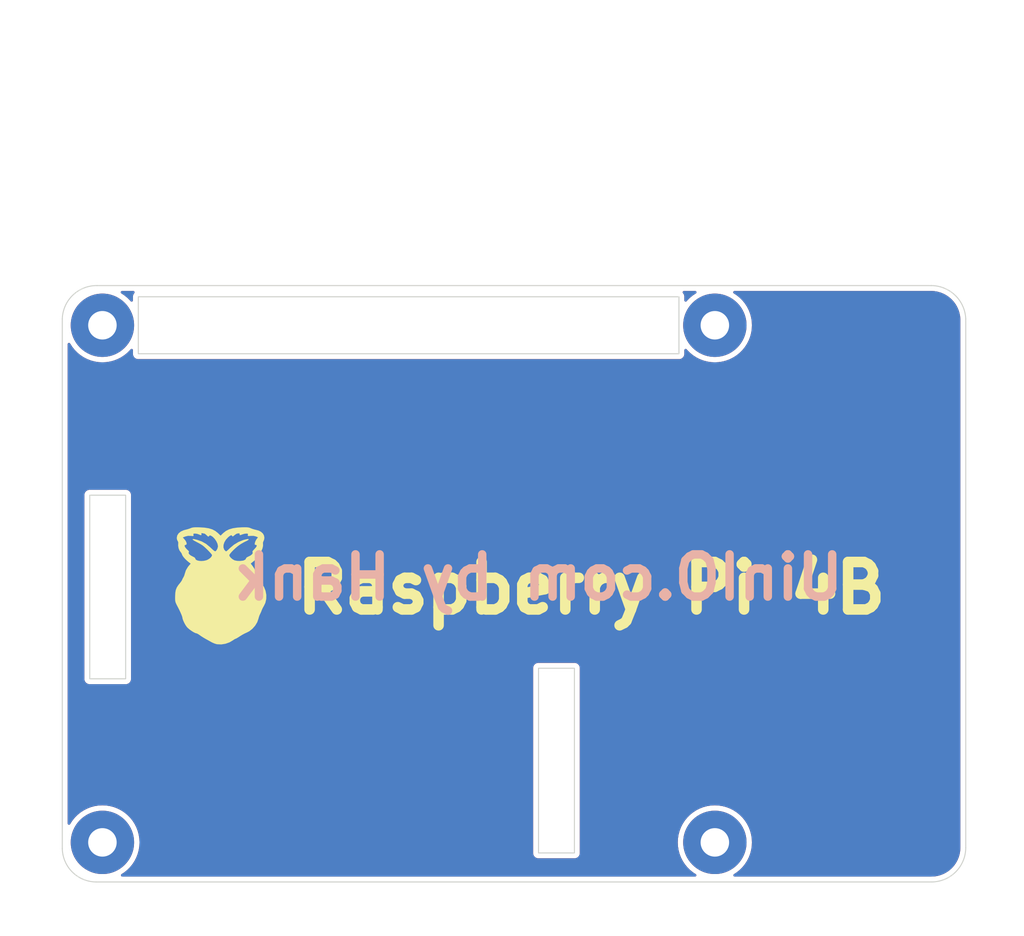
<source format=kicad_pcb>
(kicad_pcb (version 20211014) (generator pcbnew)
  (layers (0 "F.Cu" signal) (31 "B.Cu" signal) (34 "B.Paste" user) (35 "F.Paste" user) (36 "B.SilkS" user "B.Silkscreen") (37 "F.SilkS" user "F.Silkscreen") (38 "B.Mask" user) (39 "F.Mask" user) (44 "Edge.Cuts" user))
  (net 0 "")
  (footprint "RaspberryLibrary:logo" (layer "F.Cu") (at 110 97)
    (fp_text reference "G***" (at 0 0) (layer "F.SilkS") (effects (font (size 1.524 1.524) (thickness 0.3))))
    (fp_text value "LOGO" hide)
    (fp_poly (pts (xy 2.389061 -5.755032) (xy 2.531949 -5.739418) (xy 2.644367 -5.710016) (xy 2.735991 -5.671314) (xy 2.915414 -5.600951) (xy 3.12654 -5.539559) (xy 3.208696 -5.521607) (xy 3.500606 -5.444212) (xy 3.721557 -5.329826) (xy 3.900419 -5.163415) (xy 3.903571 -5.159685) (xy 4.004391 -4.973682) (xy 4.039433 -4.757572) (xy 4.00568 -4.551072) (xy 3.956982 -4.456385) (xy 3.900355 -4.290344) (xy 3.908996 -4.193757) (xy 3.913662 -4.001408) (xy 3.8651 -3.773687) (xy 3.774987 -3.554185) (xy 3.709687 -3.449698) (xy 3.618487 -3.309535) (xy 3.518884 -3.131456) (xy 3.478708 -3.051244) (xy 3.372594 -2.876713) (xy 3.239832 -2.71914) (xy 3.182189 -2.667944) (xy 3.035738 -2.553598) (xy 2.899338 -2.444666) (xy 2.874668 -2.424534) (xy 2.746576 -2.319289) (xy 2.952902 -2.046686) (xy 3.079852 -1.850094) (xy 3.190567 -1.629375) (xy 3.243451 -1.487544) (xy 3.374096 -1.12392) (xy 3.540441 -0.783691) (xy 3.724835 -0.50165) (xy 3.774081 -0.441539) (xy 3.998686 -0.112878) (xy 4.148635 0.256958) (xy 4.221867 0.647677) (xy 4.216323 1.038983) (xy 4.129944 1.410582) (xy 3.991062 1.696361) (xy 3.891058 1.873257) (xy 3.806435 2.055152) (xy 3.782128 2.120211) (xy 3.713943 2.295746) (xy 3.634445 2.460875) (xy 3.626781 2.474511) (xy 3.561405 2.621866) (xy 3.501948 2.809845) (xy 3.483383 2.888291) (xy 3.3656 3.23206) (xy 3.167028 3.56371) (xy 2.907623 3.859803) (xy 2.607344 4.096902) (xy 2.337958 4.233392) (xy 2.160477 4.313709) (xy 1.944978 4.430353) (xy 1.735845 4.559173) (xy 1.72085 4.569193) (xy 1.552757 4.678058) (xy 1.414023 4.76012) (xy 1.328407 4.801571) (xy 1.316821 4.804024) (xy 1.244647 4.832858) (xy 1.13091 4.904949) (xy 1.090097 4.934959) (xy 0.746734 5.140975) (xy 0.358616 5.279667) (xy -0.044795 5.344009) (xy -0.434036 5.326975) (xy -0.501454 5.314487) (xy -0.67454 5.261502) (xy -0.875961 5.176628) (xy -0.986967 5.119709) (xy -1.181986 5.010839) (xy -1.407729 4.885345) (xy -1.558752 4.801689) (xy -1.760866 4.682671) (xy -1.965379 4.550751) (xy -2.089945 4.462576) (xy -2.230119 4.36756) (xy -2.348535 4.306008) (xy -2.397747 4.292958) (xy -2.512136 4.261319) (xy -2.676695 4.177629) (xy -2.866083 4.058726) (xy -3.054961 3.921448) (xy -3.217989 3.782634) (xy -3.307328 3.688532) (xy -3.427317 3.517117) (xy -3.544304 3.308345) (xy -3.643443 3.093747) (xy -3.709892 2.904853) (xy -3.729571 2.791584) (xy -3.752338 2.6974) (xy -3.812806 2.535465) (xy -3.901229 2.328557) (xy -4.007859 2.099458) (xy -4.122948 1.870947) (xy -4.125874 1.865393) (xy -4.247482 1.633887) (xy -4.329932 1.465872) (xy -4.380653 1.333855) (xy -4.407072 1.210346) (xy -4.416617 1.067855) (xy -4.416715 0.87889) (xy -4.415848 0.792153) (xy -4.399522 0.450973) (xy -4.3509 0.179208) (xy -4.25947 -0.05359) (xy -4.114721 -0.27787) (xy -3.996436 -0.422715) (xy -3.879155 -0.570086) (xy -3.789208 -0.704712) (xy -3.753513 -0.778001) (xy -3.696524 -0.908356) (xy -3.628946 -1.022133) (xy -3.56037 -1.159514) (xy -3.508282 -1.328629) (xy -3.503618 -1.351949) (xy -3.396454 -1.682713) (xy -3.203118 -2.006291) (xy -3.106188 -2.126007) (xy -2.942178 -2.312803) (xy -3.088137 -2.421291) (xy -3.288465 -2.585732) (xy -3.47437 -2.765943) (xy -3.626855 -2.940914) (xy -3.726925 -3.089636) (xy -3.753927 -3.157636) (xy -3.810769 -3.300008) (xy -3.885164 -3.399551) (xy -4.002588 -3.559451) (xy -4.088106 -3.777722) (xy -4.128326 -4.012212) (xy -4.124082 -4.151525) (xy -4.118049 -4.326852) (xy -4.161364 -4.440596) (xy -4.174914 -4.457021) (xy -4.228484 -4.564576) (xy -4.258479 -4.717044) (xy -4.260207 -4.748858) (xy -4.252228 -4.792488) (xy -3.687749 -4.792488) (xy -3.562191 -4.657713) (xy -3.428505 -4.487869) (xy -3.345944 -4.328788) (xy -3.318724 -4.197848) (xy -3.351059 -4.112426) (xy -3.424145 -4.088531) (xy -3.503794 -4.057659) (xy -3.511908 -3.974491) (xy -3.454603 -3.853198) (xy -3.337994 -3.707952) (xy -3.20663 -3.584466) (xy -3.115738 -3.493814) (xy -3.101337 -3.428353) (xy -3.123541 -3.391318) (xy -3.138379 -3.303748) (xy -3.070561 -3.197256) (xy -2.934026 -3.086348) (xy -2.742711 -2.985529) (xy -2.727605 -2.979215) (xy -2.567719 -2.892721) (xy -2.505177 -2.805921) (xy -2.504417 -2.795621) (xy -2.457957 -2.696842) (xy -2.333199 -2.623504) (xy -2.151378 -2.577806) (xy -1.933731 -2.561946) (xy -1.701495 -2.578124) (xy -1.475906 -2.628539) (xy -1.352201 -2.676311) (xy -1.158862 -2.791673) (xy -1.010814 -2.928656) (xy -0.929268 -3.065458) (xy -0.919919 -3.120676) (xy -0.955239 -3.18695) (xy -1.049776 -3.303723) (xy -1.186394 -3.453537) (xy -1.347961 -3.618935) (xy -1.517341 -3.782458) (xy -1.677401 -3.92665) (xy -1.811005 -4.034052) (xy -1.82869 -4.046593) (xy -1.988239 -4.147232) (xy -2.195454 -4.265153) (xy -2.40364 -4.373893) (xy -2.572107 -4.463188) (xy -2.697551 -4.541179) (xy -2.757562 -4.593617) (xy -2.759758 -4.600298) (xy -2.746821 -4.635941) (xy -2.695875 -4.646704) (xy -2.588717 -4.6313) (xy -2.407146 -4.588441) (xy -2.336816 -4.570393) (xy -1.890532 -4.415006) (xy -1.484848 -4.185815) (xy -1.09737 -3.869755) (xy -1.038269 -3.812903) (xy -0.849967 -3.635336) (xy -0.717294 -3.52835) (xy -0.629876 -3.484482) (xy -0.587534 -3.488643) (xy -0.490401 -3.587054) (xy -0.408453 -3.743521) (xy -0.381187 -3.844807) (xy 0.162195 -3.844807) (xy 0.23474 -3.644356) (xy 0.259243 -3.60991) (xy 0.345306 -3.517857) (xy 0.41179 -3.475554) (xy 0.415402 -3.475251) (xy 0.471799 -3.509248) (xy 0.579956 -3.60015) (xy 0.720641 -3.73132) (xy 0.787635 -3.797248) (xy 1.158105 -4.108593) (xy 1.581554 -4.364168) (xy 2.024016 -4.54426) (xy 2.123599 -4.572593) (xy 2.335537 -4.624394) (xy 2.466907 -4.646171) (xy 2.534523 -4.63895) (xy 2.555199 -4.603759) (xy 2.555332 -4.598953) (xy 2.512272 -4.552295) (xy 2.400606 -4.484136) (xy 2.27808 -4.424588) (xy 2.084706 -4.327999) (xy 1.862791 -4.201101) (xy 1.694007 -4.093616) (xy 1.502387 -3.951024) (xy 1.301612 -3.780841) (xy 1.107753 -3.599314) (xy 0.936881 -3.42269) (xy 0.805066 -3.267215) (xy 0.728379 -3.149138) (xy 0.715493 -3.104365) (xy 0.757059 -2.995084) (xy 0.864139 -2.865822) (xy 1.010308 -2.741258) (xy 1.169139 -2.646072) (xy 1.233301 -2.62078) (xy 1.46882 -2.575431) (xy 1.740446 -2.56703) (xy 1.995116 -2.595496) (xy 2.095372 -2.6221) (xy 2.24199 -2.7032) (xy 2.289806 -2.792208) (xy 2.347076 -2.8888) (xy 2.495368 -2.973442) (xy 2.524862 -2.985144) (xy 2.712846 -3.076945) (xy 2.852872 -3.183854) (xy 2.929538 -3.290099) (xy 2.92744 -3.379906) (xy 2.92021 -3.389999) (xy 2.901851 -3.444993) (xy 2.937705 -3.521213) (xy 3.038304 -3.637181) (xy 3.091582 -3.691412) (xy 3.242993 -3.86203) (xy 3.312945 -3.987745) (xy 3.300211 -4.064539) (xy 3.213032 -4.088531) (xy 3.142719 -4.100686) (xy 3.121168 -4.156387) (xy 3.133929 -4.272155) (xy 3.185975 -4.434727) (xy 3.276444 -4.601829) (xy 3.297417 -4.631055) (xy 3.431106 -4.806331) (xy 3.236142 -4.887792) (xy 3.023314 -4.942828) (xy 2.759972 -4.943686) (xy 2.742724 -4.94219) (xy 2.576667 -4.928998) (xy 2.490665 -4.933311) (xy 2.463023 -4.962938) (xy 2.472044 -5.025684) (xy 2.475221 -5.038449) (xy 2.485789 -5.120514) (xy 2.444318 -5.154827) (xy 2.325929 -5.16177) (xy 2.324685 -5.16177) (xy 2.14942 -5.140663) (xy 1.970327 -5.089422) (xy 1.959723 -5.08511) (xy 1.803262 -5.025985) (xy 1.720223 -5.015323) (xy 1.693593 -5.053954) (xy 1.697056 -5.097887) (xy 1.680876 -5.170138) (xy 1.648189 -5.182213) (xy 1.544146 -5.17407) (xy 1.483871 -5.169436) (xy 1.386114 -5.132318) (xy 1.257147 -5.047709) (xy 1.203104 -5.003437) (xy 1.090549 -4.91198) (xy 1.028031 -4.886415) (xy 0.994555 -4.919136) (xy 0.991432 -4.926777) (xy 0.942326 -4.99389) (xy 0.863213 -4.99324) (xy 0.74163 -4.920942) (xy 0.60104 -4.805066) (xy 0.392717 -4.578793) (xy 0.246554 -4.330806) (xy 0.167924 -4.079884) (xy 0.162195 -3.844807) (xy -0.381187 -3.844807) (xy -0.362549 -3.914043) (xy -0.358869 -3.971003) (xy -0.400523 -4.187441) (xy -0.508897 -4.426015) (xy -0.663697 -4.655234) (xy -0.844627 -4.843606) (xy -0.9816 -4.937259) (xy -1.089487 -4.98551) (xy -1.150812 -4.978942) (xy -1.199377 -4.925376) (xy -1.246071 -4.876027) (xy -1.296605 -4.880819) (xy -1.378005 -4.948355) (xy -1.428801 -4.998403) (xy -1.540125 -5.097531) (xy -1.62926 -5.155932) (xy -1.65212 -5.162468) (xy -1.74614 -5.17553) (xy -1.832881 -5.195504) (xy -1.918497 -5.207853) (xy -1.931125 -5.162493) (xy -1.918874 -5.118146) (xy -1.917028 -5.029688) (xy -1.988892 -5.010889) (xy -2.133227 -5.061908) (xy -2.178967 -5.084796) (xy -2.333403 -5.13754) (xy -2.5083 -5.161348) (xy -2.517975 -5.161455) (xy -2.642127 -5.155736) (xy -2.688859 -5.12537) (xy -2.682808 -5.05139) (xy -2.679336 -5.037208) (xy -2.666259 -4.967054) (xy -2.687372 -4.933079) (xy -2.764677 -4.92705) (xy -2.920179 -4.94073) (xy -2.933469 -4.9421) (xy -3.197067 -4.945512) (xy -3.432643 -4.889722) (xy -3.453307 -4.882022) (xy -3.687749 -4.792488) (xy -4.252228 -4.792488) (xy -4.217817 -4.980637) (xy -4.085398 -5.186994) (xy -3.87404 -5.357451) (xy -3.594827 -5.481528) (xy -3.443353 -5.520834) (xy -3.235838 -5.573696) (xy -3.029158 -5.64142) (xy -2.947234 -5.674297) (xy -2.833568 -5.716505) (xy -2.70647 -5.742934) (xy -2.541755 -5.755916) (xy -2.315243 -5.757783) (xy -2.119944 -5.754053) (xy -1.632761 -5.72482) (xy -1.228461 -5.66085) (xy -0.892282 -5.55762) (xy -0.609461 -5.410607) (xy -0.367066 -5.217045) (xy -0.108989 -4.969604) (xy 0.142388 -5.211899) (xy 0.394486 -5.41094) (xy 0.692799 -5.56091) (xy 1.050361 -5.665798) (xy 1.480208 -5.72959) (xy 1.916499 -5.754594) (xy 2.19186 -5.759283)) (layer "F.SilkS") (width 0) (fill solid))
  )
  (gr_arc (start 98.1 124.85) (mid 95.862424 123.922696) (end 94.9 121.7) (layer "Edge.Cuts") (width 0.1))
  (gr_rect (start 140 104.6) (end 143.4 122.1) (layer "Edge.Cuts") (width 0.1) (fill none))
  (gr_line (start 180.46 71.5) (end 180.46 121.6) (layer "Edge.Cuts") (width 0.1))
  (gr_line (start 177.2 124.85) (end 98.1 124.85) (layer "Edge.Cuts") (width 0.1))
  (gr_arc (start 180.46 121.6) (mid 179.504614 123.901213) (end 177.2 124.85) (layer "Edge.Cuts") (width 0.1))
  (gr_rect (start 97.5 88.2) (end 100.9 105.6) (layer "Edge.Cuts") (width 0.1) (fill none))
  (gr_rect (start 102.1 69.4) (end 153.3 74.8) (layer "Edge.Cuts") (width 0.1) (fill none))
  (gr_arc (start 177.2 68.34) (mid 179.463352 69.266605) (end 180.46 71.5) (layer "Edge.Cuts") (width 0.1))
  (gr_arc (start 94.9 71.5) (mid 95.901086 69.242336) (end 98.2 68.34) (layer "Edge.Cuts") (width 0.1))
  (gr_line (start 94.9 121.7) (end 94.9 71.5) (layer "Edge.Cuts") (width 0.1))
  (gr_line (start 98.2 68.34) (end 177.2 68.34) (layer "Edge.Cuts") (width 0.1))
  (gr_text "UinIO.com by Hank" (at 140 96) (layer "B.SilkS") (effects (font (size 4 4) (thickness 0.8)) (justify mirror)))
  (gr_text "Raspberry Pi 4B" (at 145 97) (layer "F.SilkS") (effects (font (size 4.5 4.5) (thickness 1))))
  (via (at 98.7 72.1) (size 6) (drill 2.7) (layers "F.Cu" "B.Cu") (net 0))
  (via (at 98.7 121.1) (size 6) (drill 2.7) (layers "F.Cu" "B.Cu") (net 0))
  (via (at 156.7 121.1) (size 6) (drill 2.7) (layers "F.Cu" "B.Cu") (net 0))
  (via (at 156.7 72.1) (size 6) (drill 2.7) (layers "F.Cu" "B.Cu") (net 0))
  (zone (net 0) (net_name "") (layer "F.Cu") (connect_pads (clearance 0.508)) (min_thickness 0.254) (fill yes (thermal_gap 0.508) (thermal_bridge_width 0.508))
    (polygon (pts (xy 186 130) (xy 89 130) (xy 89 65) (xy 186 65)))
  )
  (zone (net 0) (net_name "") (layer "B.Cu") (connect_pads (clearance 0.508)) (min_thickness 0.254) (fill yes (thermal_gap 0.508) (thermal_bridge_width 0.508))
    (polygon (pts (xy 186 130) (xy 89 130) (xy 89 65) (xy 186 65)))
  )
)
</source>
